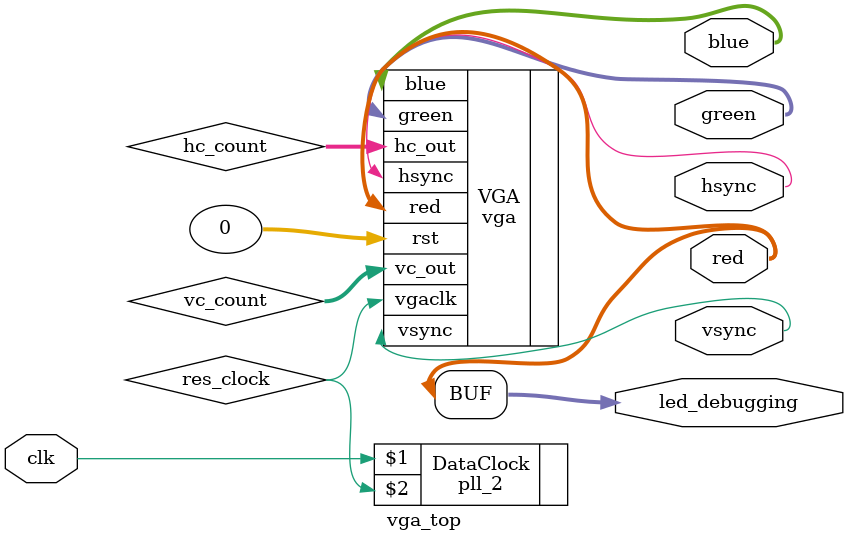
<source format=sv>
module vga_top (
    input clk,
    output [3:0] red,
    output [3:0] green,
    output [3:0] blue,
    output hsync,
    output vsync,
	 output [3:0] led_debugging
);
	
	 wire res_clock;
    wire [$clog2(526)-1:0]  vc_count;
    wire [$clog2(801)-1:0]  hc_count;

    vga VGA(
        .vgaclk(res_clock),
        // input [2:0] input_red,
        // input [2:0] input_green,
        // input [1:0] input_blue,
        // input rst,
        .hc_out(hc_count),
        .vc_out(vc_count),
		  .rst(0),
        .hsync(hsync),
        .vsync(vsync),
        .red(red),
        .green(green),
        .blue(blue)
    );
	 
	 pll_2 DataClock 
	 (
		clk,
		res_clock
	 );
	 
	 assign led_debugging = red;

endmodule
</source>
